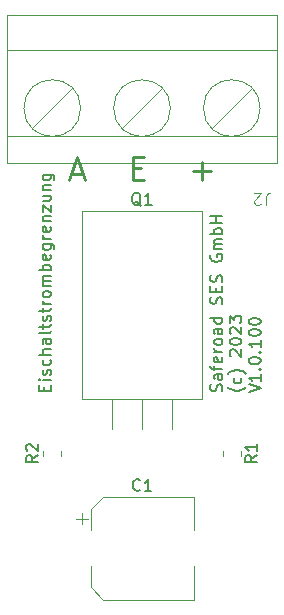
<source format=gbr>
%TF.GenerationSoftware,KiCad,Pcbnew,7.0.2*%
%TF.CreationDate,2023-05-24T19:56:16+02:00*%
%TF.ProjectId,Einschaltstrombegrenzung,45696e73-6368-4616-9c74-7374726f6d62,rev?*%
%TF.SameCoordinates,Original*%
%TF.FileFunction,Legend,Top*%
%TF.FilePolarity,Positive*%
%FSLAX46Y46*%
G04 Gerber Fmt 4.6, Leading zero omitted, Abs format (unit mm)*
G04 Created by KiCad (PCBNEW 7.0.2) date 2023-05-24 19:56:16*
%MOMM*%
%LPD*%
G01*
G04 APERTURE LIST*
%ADD10C,0.150000*%
%ADD11C,0.250000*%
%ADD12C,0.100000*%
%ADD13C,0.120000*%
G04 APERTURE END LIST*
D10*
X143910000Y-98869523D02*
X143957619Y-98726666D01*
X143957619Y-98726666D02*
X143957619Y-98488571D01*
X143957619Y-98488571D02*
X143910000Y-98393333D01*
X143910000Y-98393333D02*
X143862380Y-98345714D01*
X143862380Y-98345714D02*
X143767142Y-98298095D01*
X143767142Y-98298095D02*
X143671904Y-98298095D01*
X143671904Y-98298095D02*
X143576666Y-98345714D01*
X143576666Y-98345714D02*
X143529047Y-98393333D01*
X143529047Y-98393333D02*
X143481428Y-98488571D01*
X143481428Y-98488571D02*
X143433809Y-98679047D01*
X143433809Y-98679047D02*
X143386190Y-98774285D01*
X143386190Y-98774285D02*
X143338571Y-98821904D01*
X143338571Y-98821904D02*
X143243333Y-98869523D01*
X143243333Y-98869523D02*
X143148095Y-98869523D01*
X143148095Y-98869523D02*
X143052857Y-98821904D01*
X143052857Y-98821904D02*
X143005238Y-98774285D01*
X143005238Y-98774285D02*
X142957619Y-98679047D01*
X142957619Y-98679047D02*
X142957619Y-98440952D01*
X142957619Y-98440952D02*
X143005238Y-98298095D01*
X143957619Y-97440952D02*
X143433809Y-97440952D01*
X143433809Y-97440952D02*
X143338571Y-97488571D01*
X143338571Y-97488571D02*
X143290952Y-97583809D01*
X143290952Y-97583809D02*
X143290952Y-97774285D01*
X143290952Y-97774285D02*
X143338571Y-97869523D01*
X143910000Y-97440952D02*
X143957619Y-97536190D01*
X143957619Y-97536190D02*
X143957619Y-97774285D01*
X143957619Y-97774285D02*
X143910000Y-97869523D01*
X143910000Y-97869523D02*
X143814761Y-97917142D01*
X143814761Y-97917142D02*
X143719523Y-97917142D01*
X143719523Y-97917142D02*
X143624285Y-97869523D01*
X143624285Y-97869523D02*
X143576666Y-97774285D01*
X143576666Y-97774285D02*
X143576666Y-97536190D01*
X143576666Y-97536190D02*
X143529047Y-97440952D01*
X143290952Y-97107618D02*
X143290952Y-96726666D01*
X143957619Y-96964761D02*
X143100476Y-96964761D01*
X143100476Y-96964761D02*
X143005238Y-96917142D01*
X143005238Y-96917142D02*
X142957619Y-96821904D01*
X142957619Y-96821904D02*
X142957619Y-96726666D01*
X143910000Y-96012380D02*
X143957619Y-96107618D01*
X143957619Y-96107618D02*
X143957619Y-96298094D01*
X143957619Y-96298094D02*
X143910000Y-96393332D01*
X143910000Y-96393332D02*
X143814761Y-96440951D01*
X143814761Y-96440951D02*
X143433809Y-96440951D01*
X143433809Y-96440951D02*
X143338571Y-96393332D01*
X143338571Y-96393332D02*
X143290952Y-96298094D01*
X143290952Y-96298094D02*
X143290952Y-96107618D01*
X143290952Y-96107618D02*
X143338571Y-96012380D01*
X143338571Y-96012380D02*
X143433809Y-95964761D01*
X143433809Y-95964761D02*
X143529047Y-95964761D01*
X143529047Y-95964761D02*
X143624285Y-96440951D01*
X143957619Y-95536189D02*
X143290952Y-95536189D01*
X143481428Y-95536189D02*
X143386190Y-95488570D01*
X143386190Y-95488570D02*
X143338571Y-95440951D01*
X143338571Y-95440951D02*
X143290952Y-95345713D01*
X143290952Y-95345713D02*
X143290952Y-95250475D01*
X143957619Y-94774284D02*
X143910000Y-94869522D01*
X143910000Y-94869522D02*
X143862380Y-94917141D01*
X143862380Y-94917141D02*
X143767142Y-94964760D01*
X143767142Y-94964760D02*
X143481428Y-94964760D01*
X143481428Y-94964760D02*
X143386190Y-94917141D01*
X143386190Y-94917141D02*
X143338571Y-94869522D01*
X143338571Y-94869522D02*
X143290952Y-94774284D01*
X143290952Y-94774284D02*
X143290952Y-94631427D01*
X143290952Y-94631427D02*
X143338571Y-94536189D01*
X143338571Y-94536189D02*
X143386190Y-94488570D01*
X143386190Y-94488570D02*
X143481428Y-94440951D01*
X143481428Y-94440951D02*
X143767142Y-94440951D01*
X143767142Y-94440951D02*
X143862380Y-94488570D01*
X143862380Y-94488570D02*
X143910000Y-94536189D01*
X143910000Y-94536189D02*
X143957619Y-94631427D01*
X143957619Y-94631427D02*
X143957619Y-94774284D01*
X143957619Y-93583808D02*
X143433809Y-93583808D01*
X143433809Y-93583808D02*
X143338571Y-93631427D01*
X143338571Y-93631427D02*
X143290952Y-93726665D01*
X143290952Y-93726665D02*
X143290952Y-93917141D01*
X143290952Y-93917141D02*
X143338571Y-94012379D01*
X143910000Y-93583808D02*
X143957619Y-93679046D01*
X143957619Y-93679046D02*
X143957619Y-93917141D01*
X143957619Y-93917141D02*
X143910000Y-94012379D01*
X143910000Y-94012379D02*
X143814761Y-94059998D01*
X143814761Y-94059998D02*
X143719523Y-94059998D01*
X143719523Y-94059998D02*
X143624285Y-94012379D01*
X143624285Y-94012379D02*
X143576666Y-93917141D01*
X143576666Y-93917141D02*
X143576666Y-93679046D01*
X143576666Y-93679046D02*
X143529047Y-93583808D01*
X143957619Y-92679046D02*
X142957619Y-92679046D01*
X143910000Y-92679046D02*
X143957619Y-92774284D01*
X143957619Y-92774284D02*
X143957619Y-92964760D01*
X143957619Y-92964760D02*
X143910000Y-93059998D01*
X143910000Y-93059998D02*
X143862380Y-93107617D01*
X143862380Y-93107617D02*
X143767142Y-93155236D01*
X143767142Y-93155236D02*
X143481428Y-93155236D01*
X143481428Y-93155236D02*
X143386190Y-93107617D01*
X143386190Y-93107617D02*
X143338571Y-93059998D01*
X143338571Y-93059998D02*
X143290952Y-92964760D01*
X143290952Y-92964760D02*
X143290952Y-92774284D01*
X143290952Y-92774284D02*
X143338571Y-92679046D01*
X143910000Y-91488569D02*
X143957619Y-91345712D01*
X143957619Y-91345712D02*
X143957619Y-91107617D01*
X143957619Y-91107617D02*
X143910000Y-91012379D01*
X143910000Y-91012379D02*
X143862380Y-90964760D01*
X143862380Y-90964760D02*
X143767142Y-90917141D01*
X143767142Y-90917141D02*
X143671904Y-90917141D01*
X143671904Y-90917141D02*
X143576666Y-90964760D01*
X143576666Y-90964760D02*
X143529047Y-91012379D01*
X143529047Y-91012379D02*
X143481428Y-91107617D01*
X143481428Y-91107617D02*
X143433809Y-91298093D01*
X143433809Y-91298093D02*
X143386190Y-91393331D01*
X143386190Y-91393331D02*
X143338571Y-91440950D01*
X143338571Y-91440950D02*
X143243333Y-91488569D01*
X143243333Y-91488569D02*
X143148095Y-91488569D01*
X143148095Y-91488569D02*
X143052857Y-91440950D01*
X143052857Y-91440950D02*
X143005238Y-91393331D01*
X143005238Y-91393331D02*
X142957619Y-91298093D01*
X142957619Y-91298093D02*
X142957619Y-91059998D01*
X142957619Y-91059998D02*
X143005238Y-90917141D01*
X143433809Y-90488569D02*
X143433809Y-90155236D01*
X143957619Y-90012379D02*
X143957619Y-90488569D01*
X143957619Y-90488569D02*
X142957619Y-90488569D01*
X142957619Y-90488569D02*
X142957619Y-90012379D01*
X143910000Y-89631426D02*
X143957619Y-89488569D01*
X143957619Y-89488569D02*
X143957619Y-89250474D01*
X143957619Y-89250474D02*
X143910000Y-89155236D01*
X143910000Y-89155236D02*
X143862380Y-89107617D01*
X143862380Y-89107617D02*
X143767142Y-89059998D01*
X143767142Y-89059998D02*
X143671904Y-89059998D01*
X143671904Y-89059998D02*
X143576666Y-89107617D01*
X143576666Y-89107617D02*
X143529047Y-89155236D01*
X143529047Y-89155236D02*
X143481428Y-89250474D01*
X143481428Y-89250474D02*
X143433809Y-89440950D01*
X143433809Y-89440950D02*
X143386190Y-89536188D01*
X143386190Y-89536188D02*
X143338571Y-89583807D01*
X143338571Y-89583807D02*
X143243333Y-89631426D01*
X143243333Y-89631426D02*
X143148095Y-89631426D01*
X143148095Y-89631426D02*
X143052857Y-89583807D01*
X143052857Y-89583807D02*
X143005238Y-89536188D01*
X143005238Y-89536188D02*
X142957619Y-89440950D01*
X142957619Y-89440950D02*
X142957619Y-89202855D01*
X142957619Y-89202855D02*
X143005238Y-89059998D01*
X143005238Y-87345712D02*
X142957619Y-87440950D01*
X142957619Y-87440950D02*
X142957619Y-87583807D01*
X142957619Y-87583807D02*
X143005238Y-87726664D01*
X143005238Y-87726664D02*
X143100476Y-87821902D01*
X143100476Y-87821902D02*
X143195714Y-87869521D01*
X143195714Y-87869521D02*
X143386190Y-87917140D01*
X143386190Y-87917140D02*
X143529047Y-87917140D01*
X143529047Y-87917140D02*
X143719523Y-87869521D01*
X143719523Y-87869521D02*
X143814761Y-87821902D01*
X143814761Y-87821902D02*
X143910000Y-87726664D01*
X143910000Y-87726664D02*
X143957619Y-87583807D01*
X143957619Y-87583807D02*
X143957619Y-87488569D01*
X143957619Y-87488569D02*
X143910000Y-87345712D01*
X143910000Y-87345712D02*
X143862380Y-87298093D01*
X143862380Y-87298093D02*
X143529047Y-87298093D01*
X143529047Y-87298093D02*
X143529047Y-87488569D01*
X143957619Y-86869521D02*
X143290952Y-86869521D01*
X143386190Y-86869521D02*
X143338571Y-86821902D01*
X143338571Y-86821902D02*
X143290952Y-86726664D01*
X143290952Y-86726664D02*
X143290952Y-86583807D01*
X143290952Y-86583807D02*
X143338571Y-86488569D01*
X143338571Y-86488569D02*
X143433809Y-86440950D01*
X143433809Y-86440950D02*
X143957619Y-86440950D01*
X143433809Y-86440950D02*
X143338571Y-86393331D01*
X143338571Y-86393331D02*
X143290952Y-86298093D01*
X143290952Y-86298093D02*
X143290952Y-86155236D01*
X143290952Y-86155236D02*
X143338571Y-86059997D01*
X143338571Y-86059997D02*
X143433809Y-86012378D01*
X143433809Y-86012378D02*
X143957619Y-86012378D01*
X143957619Y-85536188D02*
X142957619Y-85536188D01*
X143338571Y-85536188D02*
X143290952Y-85440950D01*
X143290952Y-85440950D02*
X143290952Y-85250474D01*
X143290952Y-85250474D02*
X143338571Y-85155236D01*
X143338571Y-85155236D02*
X143386190Y-85107617D01*
X143386190Y-85107617D02*
X143481428Y-85059998D01*
X143481428Y-85059998D02*
X143767142Y-85059998D01*
X143767142Y-85059998D02*
X143862380Y-85107617D01*
X143862380Y-85107617D02*
X143910000Y-85155236D01*
X143910000Y-85155236D02*
X143957619Y-85250474D01*
X143957619Y-85250474D02*
X143957619Y-85440950D01*
X143957619Y-85440950D02*
X143910000Y-85536188D01*
X143957619Y-84631426D02*
X142957619Y-84631426D01*
X143433809Y-84631426D02*
X143433809Y-84059998D01*
X143957619Y-84059998D02*
X142957619Y-84059998D01*
X145958571Y-98536190D02*
X145910952Y-98583809D01*
X145910952Y-98583809D02*
X145768095Y-98679047D01*
X145768095Y-98679047D02*
X145672857Y-98726666D01*
X145672857Y-98726666D02*
X145530000Y-98774285D01*
X145530000Y-98774285D02*
X145291904Y-98821904D01*
X145291904Y-98821904D02*
X145101428Y-98821904D01*
X145101428Y-98821904D02*
X144863333Y-98774285D01*
X144863333Y-98774285D02*
X144720476Y-98726666D01*
X144720476Y-98726666D02*
X144625238Y-98679047D01*
X144625238Y-98679047D02*
X144482380Y-98583809D01*
X144482380Y-98583809D02*
X144434761Y-98536190D01*
X145530000Y-97726666D02*
X145577619Y-97821904D01*
X145577619Y-97821904D02*
X145577619Y-98012380D01*
X145577619Y-98012380D02*
X145530000Y-98107618D01*
X145530000Y-98107618D02*
X145482380Y-98155237D01*
X145482380Y-98155237D02*
X145387142Y-98202856D01*
X145387142Y-98202856D02*
X145101428Y-98202856D01*
X145101428Y-98202856D02*
X145006190Y-98155237D01*
X145006190Y-98155237D02*
X144958571Y-98107618D01*
X144958571Y-98107618D02*
X144910952Y-98012380D01*
X144910952Y-98012380D02*
X144910952Y-97821904D01*
X144910952Y-97821904D02*
X144958571Y-97726666D01*
X145958571Y-97393332D02*
X145910952Y-97345713D01*
X145910952Y-97345713D02*
X145768095Y-97250475D01*
X145768095Y-97250475D02*
X145672857Y-97202856D01*
X145672857Y-97202856D02*
X145530000Y-97155237D01*
X145530000Y-97155237D02*
X145291904Y-97107618D01*
X145291904Y-97107618D02*
X145101428Y-97107618D01*
X145101428Y-97107618D02*
X144863333Y-97155237D01*
X144863333Y-97155237D02*
X144720476Y-97202856D01*
X144720476Y-97202856D02*
X144625238Y-97250475D01*
X144625238Y-97250475D02*
X144482380Y-97345713D01*
X144482380Y-97345713D02*
X144434761Y-97393332D01*
X144672857Y-95917141D02*
X144625238Y-95869522D01*
X144625238Y-95869522D02*
X144577619Y-95774284D01*
X144577619Y-95774284D02*
X144577619Y-95536189D01*
X144577619Y-95536189D02*
X144625238Y-95440951D01*
X144625238Y-95440951D02*
X144672857Y-95393332D01*
X144672857Y-95393332D02*
X144768095Y-95345713D01*
X144768095Y-95345713D02*
X144863333Y-95345713D01*
X144863333Y-95345713D02*
X145006190Y-95393332D01*
X145006190Y-95393332D02*
X145577619Y-95964760D01*
X145577619Y-95964760D02*
X145577619Y-95345713D01*
X144577619Y-94726665D02*
X144577619Y-94631427D01*
X144577619Y-94631427D02*
X144625238Y-94536189D01*
X144625238Y-94536189D02*
X144672857Y-94488570D01*
X144672857Y-94488570D02*
X144768095Y-94440951D01*
X144768095Y-94440951D02*
X144958571Y-94393332D01*
X144958571Y-94393332D02*
X145196666Y-94393332D01*
X145196666Y-94393332D02*
X145387142Y-94440951D01*
X145387142Y-94440951D02*
X145482380Y-94488570D01*
X145482380Y-94488570D02*
X145530000Y-94536189D01*
X145530000Y-94536189D02*
X145577619Y-94631427D01*
X145577619Y-94631427D02*
X145577619Y-94726665D01*
X145577619Y-94726665D02*
X145530000Y-94821903D01*
X145530000Y-94821903D02*
X145482380Y-94869522D01*
X145482380Y-94869522D02*
X145387142Y-94917141D01*
X145387142Y-94917141D02*
X145196666Y-94964760D01*
X145196666Y-94964760D02*
X144958571Y-94964760D01*
X144958571Y-94964760D02*
X144768095Y-94917141D01*
X144768095Y-94917141D02*
X144672857Y-94869522D01*
X144672857Y-94869522D02*
X144625238Y-94821903D01*
X144625238Y-94821903D02*
X144577619Y-94726665D01*
X144672857Y-94012379D02*
X144625238Y-93964760D01*
X144625238Y-93964760D02*
X144577619Y-93869522D01*
X144577619Y-93869522D02*
X144577619Y-93631427D01*
X144577619Y-93631427D02*
X144625238Y-93536189D01*
X144625238Y-93536189D02*
X144672857Y-93488570D01*
X144672857Y-93488570D02*
X144768095Y-93440951D01*
X144768095Y-93440951D02*
X144863333Y-93440951D01*
X144863333Y-93440951D02*
X145006190Y-93488570D01*
X145006190Y-93488570D02*
X145577619Y-94059998D01*
X145577619Y-94059998D02*
X145577619Y-93440951D01*
X144577619Y-93107617D02*
X144577619Y-92488570D01*
X144577619Y-92488570D02*
X144958571Y-92821903D01*
X144958571Y-92821903D02*
X144958571Y-92679046D01*
X144958571Y-92679046D02*
X145006190Y-92583808D01*
X145006190Y-92583808D02*
X145053809Y-92536189D01*
X145053809Y-92536189D02*
X145149047Y-92488570D01*
X145149047Y-92488570D02*
X145387142Y-92488570D01*
X145387142Y-92488570D02*
X145482380Y-92536189D01*
X145482380Y-92536189D02*
X145530000Y-92583808D01*
X145530000Y-92583808D02*
X145577619Y-92679046D01*
X145577619Y-92679046D02*
X145577619Y-92964760D01*
X145577619Y-92964760D02*
X145530000Y-93059998D01*
X145530000Y-93059998D02*
X145482380Y-93107617D01*
X146197619Y-98964761D02*
X147197619Y-98631428D01*
X147197619Y-98631428D02*
X146197619Y-98298095D01*
X147197619Y-97440952D02*
X147197619Y-98012380D01*
X147197619Y-97726666D02*
X146197619Y-97726666D01*
X146197619Y-97726666D02*
X146340476Y-97821904D01*
X146340476Y-97821904D02*
X146435714Y-97917142D01*
X146435714Y-97917142D02*
X146483333Y-98012380D01*
X147102380Y-97012380D02*
X147150000Y-96964761D01*
X147150000Y-96964761D02*
X147197619Y-97012380D01*
X147197619Y-97012380D02*
X147150000Y-97059999D01*
X147150000Y-97059999D02*
X147102380Y-97012380D01*
X147102380Y-97012380D02*
X147197619Y-97012380D01*
X146197619Y-96345714D02*
X146197619Y-96250476D01*
X146197619Y-96250476D02*
X146245238Y-96155238D01*
X146245238Y-96155238D02*
X146292857Y-96107619D01*
X146292857Y-96107619D02*
X146388095Y-96060000D01*
X146388095Y-96060000D02*
X146578571Y-96012381D01*
X146578571Y-96012381D02*
X146816666Y-96012381D01*
X146816666Y-96012381D02*
X147007142Y-96060000D01*
X147007142Y-96060000D02*
X147102380Y-96107619D01*
X147102380Y-96107619D02*
X147150000Y-96155238D01*
X147150000Y-96155238D02*
X147197619Y-96250476D01*
X147197619Y-96250476D02*
X147197619Y-96345714D01*
X147197619Y-96345714D02*
X147150000Y-96440952D01*
X147150000Y-96440952D02*
X147102380Y-96488571D01*
X147102380Y-96488571D02*
X147007142Y-96536190D01*
X147007142Y-96536190D02*
X146816666Y-96583809D01*
X146816666Y-96583809D02*
X146578571Y-96583809D01*
X146578571Y-96583809D02*
X146388095Y-96536190D01*
X146388095Y-96536190D02*
X146292857Y-96488571D01*
X146292857Y-96488571D02*
X146245238Y-96440952D01*
X146245238Y-96440952D02*
X146197619Y-96345714D01*
X147102380Y-95583809D02*
X147150000Y-95536190D01*
X147150000Y-95536190D02*
X147197619Y-95583809D01*
X147197619Y-95583809D02*
X147150000Y-95631428D01*
X147150000Y-95631428D02*
X147102380Y-95583809D01*
X147102380Y-95583809D02*
X147197619Y-95583809D01*
X147197619Y-94583810D02*
X147197619Y-95155238D01*
X147197619Y-94869524D02*
X146197619Y-94869524D01*
X146197619Y-94869524D02*
X146340476Y-94964762D01*
X146340476Y-94964762D02*
X146435714Y-95060000D01*
X146435714Y-95060000D02*
X146483333Y-95155238D01*
X146197619Y-93964762D02*
X146197619Y-93869524D01*
X146197619Y-93869524D02*
X146245238Y-93774286D01*
X146245238Y-93774286D02*
X146292857Y-93726667D01*
X146292857Y-93726667D02*
X146388095Y-93679048D01*
X146388095Y-93679048D02*
X146578571Y-93631429D01*
X146578571Y-93631429D02*
X146816666Y-93631429D01*
X146816666Y-93631429D02*
X147007142Y-93679048D01*
X147007142Y-93679048D02*
X147102380Y-93726667D01*
X147102380Y-93726667D02*
X147150000Y-93774286D01*
X147150000Y-93774286D02*
X147197619Y-93869524D01*
X147197619Y-93869524D02*
X147197619Y-93964762D01*
X147197619Y-93964762D02*
X147150000Y-94060000D01*
X147150000Y-94060000D02*
X147102380Y-94107619D01*
X147102380Y-94107619D02*
X147007142Y-94155238D01*
X147007142Y-94155238D02*
X146816666Y-94202857D01*
X146816666Y-94202857D02*
X146578571Y-94202857D01*
X146578571Y-94202857D02*
X146388095Y-94155238D01*
X146388095Y-94155238D02*
X146292857Y-94107619D01*
X146292857Y-94107619D02*
X146245238Y-94060000D01*
X146245238Y-94060000D02*
X146197619Y-93964762D01*
X146197619Y-93012381D02*
X146197619Y-92917143D01*
X146197619Y-92917143D02*
X146245238Y-92821905D01*
X146245238Y-92821905D02*
X146292857Y-92774286D01*
X146292857Y-92774286D02*
X146388095Y-92726667D01*
X146388095Y-92726667D02*
X146578571Y-92679048D01*
X146578571Y-92679048D02*
X146816666Y-92679048D01*
X146816666Y-92679048D02*
X147007142Y-92726667D01*
X147007142Y-92726667D02*
X147102380Y-92774286D01*
X147102380Y-92774286D02*
X147150000Y-92821905D01*
X147150000Y-92821905D02*
X147197619Y-92917143D01*
X147197619Y-92917143D02*
X147197619Y-93012381D01*
X147197619Y-93012381D02*
X147150000Y-93107619D01*
X147150000Y-93107619D02*
X147102380Y-93155238D01*
X147102380Y-93155238D02*
X147007142Y-93202857D01*
X147007142Y-93202857D02*
X146816666Y-93250476D01*
X146816666Y-93250476D02*
X146578571Y-93250476D01*
X146578571Y-93250476D02*
X146388095Y-93202857D01*
X146388095Y-93202857D02*
X146292857Y-93155238D01*
X146292857Y-93155238D02*
X146245238Y-93107619D01*
X146245238Y-93107619D02*
X146197619Y-93012381D01*
X128893809Y-98821904D02*
X128893809Y-98488571D01*
X129417619Y-98345714D02*
X129417619Y-98821904D01*
X129417619Y-98821904D02*
X128417619Y-98821904D01*
X128417619Y-98821904D02*
X128417619Y-98345714D01*
X129417619Y-97917142D02*
X128750952Y-97917142D01*
X128417619Y-97917142D02*
X128465238Y-97964761D01*
X128465238Y-97964761D02*
X128512857Y-97917142D01*
X128512857Y-97917142D02*
X128465238Y-97869523D01*
X128465238Y-97869523D02*
X128417619Y-97917142D01*
X128417619Y-97917142D02*
X128512857Y-97917142D01*
X129370000Y-97488571D02*
X129417619Y-97393333D01*
X129417619Y-97393333D02*
X129417619Y-97202857D01*
X129417619Y-97202857D02*
X129370000Y-97107619D01*
X129370000Y-97107619D02*
X129274761Y-97060000D01*
X129274761Y-97060000D02*
X129227142Y-97060000D01*
X129227142Y-97060000D02*
X129131904Y-97107619D01*
X129131904Y-97107619D02*
X129084285Y-97202857D01*
X129084285Y-97202857D02*
X129084285Y-97345714D01*
X129084285Y-97345714D02*
X129036666Y-97440952D01*
X129036666Y-97440952D02*
X128941428Y-97488571D01*
X128941428Y-97488571D02*
X128893809Y-97488571D01*
X128893809Y-97488571D02*
X128798571Y-97440952D01*
X128798571Y-97440952D02*
X128750952Y-97345714D01*
X128750952Y-97345714D02*
X128750952Y-97202857D01*
X128750952Y-97202857D02*
X128798571Y-97107619D01*
X129370000Y-96202857D02*
X129417619Y-96298095D01*
X129417619Y-96298095D02*
X129417619Y-96488571D01*
X129417619Y-96488571D02*
X129370000Y-96583809D01*
X129370000Y-96583809D02*
X129322380Y-96631428D01*
X129322380Y-96631428D02*
X129227142Y-96679047D01*
X129227142Y-96679047D02*
X128941428Y-96679047D01*
X128941428Y-96679047D02*
X128846190Y-96631428D01*
X128846190Y-96631428D02*
X128798571Y-96583809D01*
X128798571Y-96583809D02*
X128750952Y-96488571D01*
X128750952Y-96488571D02*
X128750952Y-96298095D01*
X128750952Y-96298095D02*
X128798571Y-96202857D01*
X129417619Y-95774285D02*
X128417619Y-95774285D01*
X129417619Y-95345714D02*
X128893809Y-95345714D01*
X128893809Y-95345714D02*
X128798571Y-95393333D01*
X128798571Y-95393333D02*
X128750952Y-95488571D01*
X128750952Y-95488571D02*
X128750952Y-95631428D01*
X128750952Y-95631428D02*
X128798571Y-95726666D01*
X128798571Y-95726666D02*
X128846190Y-95774285D01*
X129417619Y-94440952D02*
X128893809Y-94440952D01*
X128893809Y-94440952D02*
X128798571Y-94488571D01*
X128798571Y-94488571D02*
X128750952Y-94583809D01*
X128750952Y-94583809D02*
X128750952Y-94774285D01*
X128750952Y-94774285D02*
X128798571Y-94869523D01*
X129370000Y-94440952D02*
X129417619Y-94536190D01*
X129417619Y-94536190D02*
X129417619Y-94774285D01*
X129417619Y-94774285D02*
X129370000Y-94869523D01*
X129370000Y-94869523D02*
X129274761Y-94917142D01*
X129274761Y-94917142D02*
X129179523Y-94917142D01*
X129179523Y-94917142D02*
X129084285Y-94869523D01*
X129084285Y-94869523D02*
X129036666Y-94774285D01*
X129036666Y-94774285D02*
X129036666Y-94536190D01*
X129036666Y-94536190D02*
X128989047Y-94440952D01*
X129417619Y-93821904D02*
X129370000Y-93917142D01*
X129370000Y-93917142D02*
X129274761Y-93964761D01*
X129274761Y-93964761D02*
X128417619Y-93964761D01*
X128750952Y-93583808D02*
X128750952Y-93202856D01*
X128417619Y-93440951D02*
X129274761Y-93440951D01*
X129274761Y-93440951D02*
X129370000Y-93393332D01*
X129370000Y-93393332D02*
X129417619Y-93298094D01*
X129417619Y-93298094D02*
X129417619Y-93202856D01*
X129370000Y-92917141D02*
X129417619Y-92821903D01*
X129417619Y-92821903D02*
X129417619Y-92631427D01*
X129417619Y-92631427D02*
X129370000Y-92536189D01*
X129370000Y-92536189D02*
X129274761Y-92488570D01*
X129274761Y-92488570D02*
X129227142Y-92488570D01*
X129227142Y-92488570D02*
X129131904Y-92536189D01*
X129131904Y-92536189D02*
X129084285Y-92631427D01*
X129084285Y-92631427D02*
X129084285Y-92774284D01*
X129084285Y-92774284D02*
X129036666Y-92869522D01*
X129036666Y-92869522D02*
X128941428Y-92917141D01*
X128941428Y-92917141D02*
X128893809Y-92917141D01*
X128893809Y-92917141D02*
X128798571Y-92869522D01*
X128798571Y-92869522D02*
X128750952Y-92774284D01*
X128750952Y-92774284D02*
X128750952Y-92631427D01*
X128750952Y-92631427D02*
X128798571Y-92536189D01*
X128750952Y-92202855D02*
X128750952Y-91821903D01*
X128417619Y-92059998D02*
X129274761Y-92059998D01*
X129274761Y-92059998D02*
X129370000Y-92012379D01*
X129370000Y-92012379D02*
X129417619Y-91917141D01*
X129417619Y-91917141D02*
X129417619Y-91821903D01*
X129417619Y-91488569D02*
X128750952Y-91488569D01*
X128941428Y-91488569D02*
X128846190Y-91440950D01*
X128846190Y-91440950D02*
X128798571Y-91393331D01*
X128798571Y-91393331D02*
X128750952Y-91298093D01*
X128750952Y-91298093D02*
X128750952Y-91202855D01*
X129417619Y-90726664D02*
X129370000Y-90821902D01*
X129370000Y-90821902D02*
X129322380Y-90869521D01*
X129322380Y-90869521D02*
X129227142Y-90917140D01*
X129227142Y-90917140D02*
X128941428Y-90917140D01*
X128941428Y-90917140D02*
X128846190Y-90869521D01*
X128846190Y-90869521D02*
X128798571Y-90821902D01*
X128798571Y-90821902D02*
X128750952Y-90726664D01*
X128750952Y-90726664D02*
X128750952Y-90583807D01*
X128750952Y-90583807D02*
X128798571Y-90488569D01*
X128798571Y-90488569D02*
X128846190Y-90440950D01*
X128846190Y-90440950D02*
X128941428Y-90393331D01*
X128941428Y-90393331D02*
X129227142Y-90393331D01*
X129227142Y-90393331D02*
X129322380Y-90440950D01*
X129322380Y-90440950D02*
X129370000Y-90488569D01*
X129370000Y-90488569D02*
X129417619Y-90583807D01*
X129417619Y-90583807D02*
X129417619Y-90726664D01*
X129417619Y-89964759D02*
X128750952Y-89964759D01*
X128846190Y-89964759D02*
X128798571Y-89917140D01*
X128798571Y-89917140D02*
X128750952Y-89821902D01*
X128750952Y-89821902D02*
X128750952Y-89679045D01*
X128750952Y-89679045D02*
X128798571Y-89583807D01*
X128798571Y-89583807D02*
X128893809Y-89536188D01*
X128893809Y-89536188D02*
X129417619Y-89536188D01*
X128893809Y-89536188D02*
X128798571Y-89488569D01*
X128798571Y-89488569D02*
X128750952Y-89393331D01*
X128750952Y-89393331D02*
X128750952Y-89250474D01*
X128750952Y-89250474D02*
X128798571Y-89155235D01*
X128798571Y-89155235D02*
X128893809Y-89107616D01*
X128893809Y-89107616D02*
X129417619Y-89107616D01*
X129417619Y-88631426D02*
X128417619Y-88631426D01*
X128798571Y-88631426D02*
X128750952Y-88536188D01*
X128750952Y-88536188D02*
X128750952Y-88345712D01*
X128750952Y-88345712D02*
X128798571Y-88250474D01*
X128798571Y-88250474D02*
X128846190Y-88202855D01*
X128846190Y-88202855D02*
X128941428Y-88155236D01*
X128941428Y-88155236D02*
X129227142Y-88155236D01*
X129227142Y-88155236D02*
X129322380Y-88202855D01*
X129322380Y-88202855D02*
X129370000Y-88250474D01*
X129370000Y-88250474D02*
X129417619Y-88345712D01*
X129417619Y-88345712D02*
X129417619Y-88536188D01*
X129417619Y-88536188D02*
X129370000Y-88631426D01*
X129370000Y-87345712D02*
X129417619Y-87440950D01*
X129417619Y-87440950D02*
X129417619Y-87631426D01*
X129417619Y-87631426D02*
X129370000Y-87726664D01*
X129370000Y-87726664D02*
X129274761Y-87774283D01*
X129274761Y-87774283D02*
X128893809Y-87774283D01*
X128893809Y-87774283D02*
X128798571Y-87726664D01*
X128798571Y-87726664D02*
X128750952Y-87631426D01*
X128750952Y-87631426D02*
X128750952Y-87440950D01*
X128750952Y-87440950D02*
X128798571Y-87345712D01*
X128798571Y-87345712D02*
X128893809Y-87298093D01*
X128893809Y-87298093D02*
X128989047Y-87298093D01*
X128989047Y-87298093D02*
X129084285Y-87774283D01*
X128750952Y-86440950D02*
X129560476Y-86440950D01*
X129560476Y-86440950D02*
X129655714Y-86488569D01*
X129655714Y-86488569D02*
X129703333Y-86536188D01*
X129703333Y-86536188D02*
X129750952Y-86631426D01*
X129750952Y-86631426D02*
X129750952Y-86774283D01*
X129750952Y-86774283D02*
X129703333Y-86869521D01*
X129370000Y-86440950D02*
X129417619Y-86536188D01*
X129417619Y-86536188D02*
X129417619Y-86726664D01*
X129417619Y-86726664D02*
X129370000Y-86821902D01*
X129370000Y-86821902D02*
X129322380Y-86869521D01*
X129322380Y-86869521D02*
X129227142Y-86917140D01*
X129227142Y-86917140D02*
X128941428Y-86917140D01*
X128941428Y-86917140D02*
X128846190Y-86869521D01*
X128846190Y-86869521D02*
X128798571Y-86821902D01*
X128798571Y-86821902D02*
X128750952Y-86726664D01*
X128750952Y-86726664D02*
X128750952Y-86536188D01*
X128750952Y-86536188D02*
X128798571Y-86440950D01*
X129417619Y-85964759D02*
X128750952Y-85964759D01*
X128941428Y-85964759D02*
X128846190Y-85917140D01*
X128846190Y-85917140D02*
X128798571Y-85869521D01*
X128798571Y-85869521D02*
X128750952Y-85774283D01*
X128750952Y-85774283D02*
X128750952Y-85679045D01*
X129370000Y-84964759D02*
X129417619Y-85059997D01*
X129417619Y-85059997D02*
X129417619Y-85250473D01*
X129417619Y-85250473D02*
X129370000Y-85345711D01*
X129370000Y-85345711D02*
X129274761Y-85393330D01*
X129274761Y-85393330D02*
X128893809Y-85393330D01*
X128893809Y-85393330D02*
X128798571Y-85345711D01*
X128798571Y-85345711D02*
X128750952Y-85250473D01*
X128750952Y-85250473D02*
X128750952Y-85059997D01*
X128750952Y-85059997D02*
X128798571Y-84964759D01*
X128798571Y-84964759D02*
X128893809Y-84917140D01*
X128893809Y-84917140D02*
X128989047Y-84917140D01*
X128989047Y-84917140D02*
X129084285Y-85393330D01*
X128750952Y-84488568D02*
X129417619Y-84488568D01*
X128846190Y-84488568D02*
X128798571Y-84440949D01*
X128798571Y-84440949D02*
X128750952Y-84345711D01*
X128750952Y-84345711D02*
X128750952Y-84202854D01*
X128750952Y-84202854D02*
X128798571Y-84107616D01*
X128798571Y-84107616D02*
X128893809Y-84059997D01*
X128893809Y-84059997D02*
X129417619Y-84059997D01*
X128750952Y-83679044D02*
X128750952Y-83155235D01*
X128750952Y-83155235D02*
X129417619Y-83679044D01*
X129417619Y-83679044D02*
X129417619Y-83155235D01*
X128750952Y-82345711D02*
X129417619Y-82345711D01*
X128750952Y-82774282D02*
X129274761Y-82774282D01*
X129274761Y-82774282D02*
X129370000Y-82726663D01*
X129370000Y-82726663D02*
X129417619Y-82631425D01*
X129417619Y-82631425D02*
X129417619Y-82488568D01*
X129417619Y-82488568D02*
X129370000Y-82393330D01*
X129370000Y-82393330D02*
X129322380Y-82345711D01*
X128750952Y-81869520D02*
X129417619Y-81869520D01*
X128846190Y-81869520D02*
X128798571Y-81821901D01*
X128798571Y-81821901D02*
X128750952Y-81726663D01*
X128750952Y-81726663D02*
X128750952Y-81583806D01*
X128750952Y-81583806D02*
X128798571Y-81488568D01*
X128798571Y-81488568D02*
X128893809Y-81440949D01*
X128893809Y-81440949D02*
X129417619Y-81440949D01*
X128750952Y-80536187D02*
X129560476Y-80536187D01*
X129560476Y-80536187D02*
X129655714Y-80583806D01*
X129655714Y-80583806D02*
X129703333Y-80631425D01*
X129703333Y-80631425D02*
X129750952Y-80726663D01*
X129750952Y-80726663D02*
X129750952Y-80869520D01*
X129750952Y-80869520D02*
X129703333Y-80964758D01*
X129370000Y-80536187D02*
X129417619Y-80631425D01*
X129417619Y-80631425D02*
X129417619Y-80821901D01*
X129417619Y-80821901D02*
X129370000Y-80917139D01*
X129370000Y-80917139D02*
X129322380Y-80964758D01*
X129322380Y-80964758D02*
X129227142Y-81012377D01*
X129227142Y-81012377D02*
X128941428Y-81012377D01*
X128941428Y-81012377D02*
X128846190Y-80964758D01*
X128846190Y-80964758D02*
X128798571Y-80917139D01*
X128798571Y-80917139D02*
X128750952Y-80821901D01*
X128750952Y-80821901D02*
X128750952Y-80631425D01*
X128750952Y-80631425D02*
X128798571Y-80536187D01*
D11*
X141446190Y-80273333D02*
X142970000Y-80273333D01*
X142208095Y-81035238D02*
X142208095Y-79511428D01*
X136366190Y-79987619D02*
X137032857Y-79987619D01*
X137318571Y-81035238D02*
X136366190Y-81035238D01*
X136366190Y-81035238D02*
X136366190Y-79035238D01*
X136366190Y-79035238D02*
X137318571Y-79035238D01*
X131190952Y-80463809D02*
X132143333Y-80463809D01*
X131000476Y-81035238D02*
X131667142Y-79035238D01*
X131667142Y-79035238D02*
X132333809Y-81035238D01*
D12*
%TO.C,J2*%
X147653333Y-83087380D02*
X147653333Y-82373095D01*
X147653333Y-82373095D02*
X147700952Y-82230238D01*
X147700952Y-82230238D02*
X147796190Y-82135000D01*
X147796190Y-82135000D02*
X147939047Y-82087380D01*
X147939047Y-82087380D02*
X148034285Y-82087380D01*
X147224761Y-82992142D02*
X147177142Y-83039761D01*
X147177142Y-83039761D02*
X147081904Y-83087380D01*
X147081904Y-83087380D02*
X146843809Y-83087380D01*
X146843809Y-83087380D02*
X146748571Y-83039761D01*
X146748571Y-83039761D02*
X146700952Y-82992142D01*
X146700952Y-82992142D02*
X146653333Y-82896904D01*
X146653333Y-82896904D02*
X146653333Y-82801666D01*
X146653333Y-82801666D02*
X146700952Y-82658809D01*
X146700952Y-82658809D02*
X147272380Y-82087380D01*
X147272380Y-82087380D02*
X146653333Y-82087380D01*
D10*
%TO.C,R1*%
X146892619Y-104306666D02*
X146416428Y-104639999D01*
X146892619Y-104878094D02*
X145892619Y-104878094D01*
X145892619Y-104878094D02*
X145892619Y-104497142D01*
X145892619Y-104497142D02*
X145940238Y-104401904D01*
X145940238Y-104401904D02*
X145987857Y-104354285D01*
X145987857Y-104354285D02*
X146083095Y-104306666D01*
X146083095Y-104306666D02*
X146225952Y-104306666D01*
X146225952Y-104306666D02*
X146321190Y-104354285D01*
X146321190Y-104354285D02*
X146368809Y-104401904D01*
X146368809Y-104401904D02*
X146416428Y-104497142D01*
X146416428Y-104497142D02*
X146416428Y-104878094D01*
X146892619Y-103354285D02*
X146892619Y-103925713D01*
X146892619Y-103639999D02*
X145892619Y-103639999D01*
X145892619Y-103639999D02*
X146035476Y-103735237D01*
X146035476Y-103735237D02*
X146130714Y-103830475D01*
X146130714Y-103830475D02*
X146178333Y-103925713D01*
%TO.C,C1*%
X136993333Y-107234880D02*
X136945714Y-107282500D01*
X136945714Y-107282500D02*
X136802857Y-107330119D01*
X136802857Y-107330119D02*
X136707619Y-107330119D01*
X136707619Y-107330119D02*
X136564762Y-107282500D01*
X136564762Y-107282500D02*
X136469524Y-107187261D01*
X136469524Y-107187261D02*
X136421905Y-107092023D01*
X136421905Y-107092023D02*
X136374286Y-106901547D01*
X136374286Y-106901547D02*
X136374286Y-106758690D01*
X136374286Y-106758690D02*
X136421905Y-106568214D01*
X136421905Y-106568214D02*
X136469524Y-106472976D01*
X136469524Y-106472976D02*
X136564762Y-106377738D01*
X136564762Y-106377738D02*
X136707619Y-106330119D01*
X136707619Y-106330119D02*
X136802857Y-106330119D01*
X136802857Y-106330119D02*
X136945714Y-106377738D01*
X136945714Y-106377738D02*
X136993333Y-106425357D01*
X137945714Y-107330119D02*
X137374286Y-107330119D01*
X137660000Y-107330119D02*
X137660000Y-106330119D01*
X137660000Y-106330119D02*
X137564762Y-106472976D01*
X137564762Y-106472976D02*
X137469524Y-106568214D01*
X137469524Y-106568214D02*
X137374286Y-106615833D01*
%TO.C,R2*%
X128352619Y-104306666D02*
X127876428Y-104639999D01*
X128352619Y-104878094D02*
X127352619Y-104878094D01*
X127352619Y-104878094D02*
X127352619Y-104497142D01*
X127352619Y-104497142D02*
X127400238Y-104401904D01*
X127400238Y-104401904D02*
X127447857Y-104354285D01*
X127447857Y-104354285D02*
X127543095Y-104306666D01*
X127543095Y-104306666D02*
X127685952Y-104306666D01*
X127685952Y-104306666D02*
X127781190Y-104354285D01*
X127781190Y-104354285D02*
X127828809Y-104401904D01*
X127828809Y-104401904D02*
X127876428Y-104497142D01*
X127876428Y-104497142D02*
X127876428Y-104878094D01*
X127447857Y-103925713D02*
X127400238Y-103878094D01*
X127400238Y-103878094D02*
X127352619Y-103782856D01*
X127352619Y-103782856D02*
X127352619Y-103544761D01*
X127352619Y-103544761D02*
X127400238Y-103449523D01*
X127400238Y-103449523D02*
X127447857Y-103401904D01*
X127447857Y-103401904D02*
X127543095Y-103354285D01*
X127543095Y-103354285D02*
X127638333Y-103354285D01*
X127638333Y-103354285D02*
X127781190Y-103401904D01*
X127781190Y-103401904D02*
X128352619Y-103973332D01*
X128352619Y-103973332D02*
X128352619Y-103354285D01*
%TO.C,Q1*%
X137064761Y-83187857D02*
X136969523Y-83140238D01*
X136969523Y-83140238D02*
X136874285Y-83045000D01*
X136874285Y-83045000D02*
X136731428Y-82902142D01*
X136731428Y-82902142D02*
X136636190Y-82854523D01*
X136636190Y-82854523D02*
X136540952Y-82854523D01*
X136588571Y-83092619D02*
X136493333Y-83045000D01*
X136493333Y-83045000D02*
X136398095Y-82949761D01*
X136398095Y-82949761D02*
X136350476Y-82759285D01*
X136350476Y-82759285D02*
X136350476Y-82425952D01*
X136350476Y-82425952D02*
X136398095Y-82235476D01*
X136398095Y-82235476D02*
X136493333Y-82140238D01*
X136493333Y-82140238D02*
X136588571Y-82092619D01*
X136588571Y-82092619D02*
X136779047Y-82092619D01*
X136779047Y-82092619D02*
X136874285Y-82140238D01*
X136874285Y-82140238D02*
X136969523Y-82235476D01*
X136969523Y-82235476D02*
X137017142Y-82425952D01*
X137017142Y-82425952D02*
X137017142Y-82759285D01*
X137017142Y-82759285D02*
X136969523Y-82949761D01*
X136969523Y-82949761D02*
X136874285Y-83045000D01*
X136874285Y-83045000D02*
X136779047Y-83092619D01*
X136779047Y-83092619D02*
X136588571Y-83092619D01*
X137969523Y-83092619D02*
X137398095Y-83092619D01*
X137683809Y-83092619D02*
X137683809Y-82092619D01*
X137683809Y-82092619D02*
X137588571Y-82235476D01*
X137588571Y-82235476D02*
X137493333Y-82330714D01*
X137493333Y-82330714D02*
X137398095Y-82378333D01*
D12*
%TO.C,J2*%
X148560000Y-79560000D02*
X148560000Y-67060000D01*
X148560000Y-79560000D02*
X125760000Y-79560000D01*
X148560000Y-77310000D02*
X125760000Y-77310000D01*
X148560000Y-70010000D02*
X125760000Y-70010000D01*
X148560000Y-67060000D02*
X125760000Y-67060000D01*
X143060000Y-76610000D02*
X146460000Y-73210000D01*
X135460000Y-76610000D02*
X138860000Y-73210000D01*
X127860000Y-76610000D02*
X131260000Y-73210000D01*
X125760000Y-67060000D02*
X125760000Y-79560000D01*
X147160000Y-74910000D02*
G75*
G03*
X147160000Y-74910000I-2400000J0D01*
G01*
X139560000Y-74910000D02*
G75*
G03*
X139560000Y-74910000I-2400000J0D01*
G01*
X131960000Y-74910000D02*
G75*
G03*
X131960000Y-74910000I-2400000J0D01*
G01*
D13*
%TO.C,R1*%
X145515000Y-103912936D02*
X145515000Y-104367064D01*
X144045000Y-103912936D02*
X144045000Y-104367064D01*
%TO.C,C1*%
X131560000Y-109657500D02*
X132560000Y-109657500D01*
X132060000Y-109157500D02*
X132060000Y-110157500D01*
X132800000Y-108871937D02*
X132800000Y-110657500D01*
X132800000Y-108871937D02*
X133864437Y-107807500D01*
X132800000Y-115463063D02*
X132800000Y-113677500D01*
X132800000Y-115463063D02*
X133864437Y-116527500D01*
X133864437Y-107807500D02*
X141520000Y-107807500D01*
X133864437Y-116527500D02*
X141520000Y-116527500D01*
X141520000Y-107807500D02*
X141520000Y-110657500D01*
X141520000Y-116527500D02*
X141520000Y-113677500D01*
%TO.C,R2*%
X128805000Y-104367064D02*
X128805000Y-103912936D01*
X130275000Y-104367064D02*
X130275000Y-103912936D01*
%TO.C,Q1*%
X132040000Y-83630000D02*
X132040000Y-99520000D01*
X132040000Y-83630000D02*
X142280000Y-83630000D01*
X132040000Y-99520000D02*
X142280000Y-99520000D01*
X134620000Y-99520000D02*
X134620000Y-102060000D01*
X137160000Y-99520000D02*
X137160000Y-102060000D01*
X139700000Y-99520000D02*
X139700000Y-102060000D01*
X142280000Y-83630000D02*
X142280000Y-99520000D01*
%TD*%
M02*

</source>
